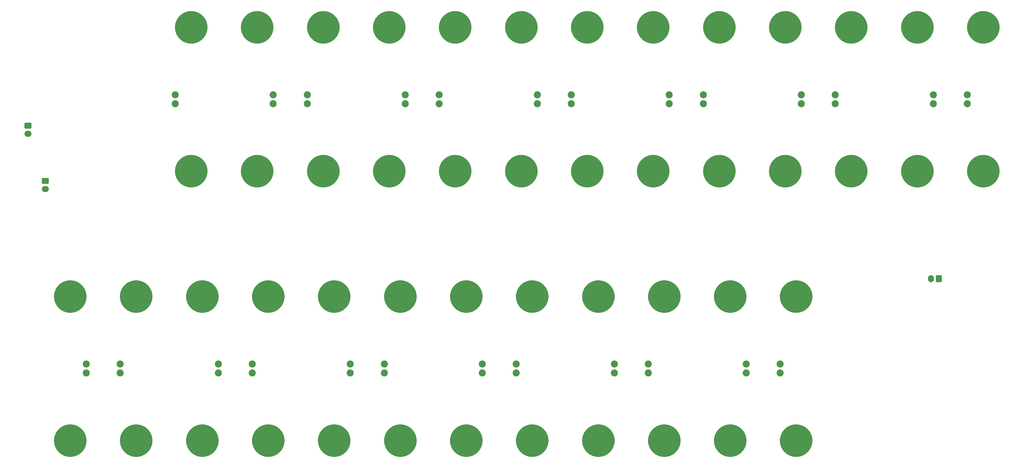
<source format=gbr>
%TF.GenerationSoftware,KiCad,Pcbnew,7.0.8*%
%TF.CreationDate,2023-12-06T14:39:46-05:00*%
%TF.ProjectId,BMS1,424d5331-2e6b-4696-9361-645f70636258,1*%
%TF.SameCoordinates,Original*%
%TF.FileFunction,Soldermask,Bot*%
%TF.FilePolarity,Negative*%
%FSLAX46Y46*%
G04 Gerber Fmt 4.6, Leading zero omitted, Abs format (unit mm)*
G04 Created by KiCad (PCBNEW 7.0.8) date 2023-12-06 14:39:46*
%MOMM*%
%LPD*%
G01*
G04 APERTURE LIST*
G04 Aperture macros list*
%AMRoundRect*
0 Rectangle with rounded corners*
0 $1 Rounding radius*
0 $2 $3 $4 $5 $6 $7 $8 $9 X,Y pos of 4 corners*
0 Add a 4 corners polygon primitive as box body*
4,1,4,$2,$3,$4,$5,$6,$7,$8,$9,$2,$3,0*
0 Add four circle primitives for the rounded corners*
1,1,$1+$1,$2,$3*
1,1,$1+$1,$4,$5*
1,1,$1+$1,$6,$7*
1,1,$1+$1,$8,$9*
0 Add four rect primitives between the rounded corners*
20,1,$1+$1,$2,$3,$4,$5,0*
20,1,$1+$1,$4,$5,$6,$7,0*
20,1,$1+$1,$6,$7,$8,$9,0*
20,1,$1+$1,$8,$9,$2,$3,0*%
G04 Aperture macros list end*
%ADD10C,10.200000*%
%ADD11C,2.200000*%
%ADD12RoundRect,0.350000X0.600000X0.750000X-0.600000X0.750000X-0.600000X-0.750000X0.600000X-0.750000X0*%
%ADD13O,1.900000X2.200000*%
%ADD14RoundRect,0.350000X-0.750000X0.600000X-0.750000X-0.600000X0.750000X-0.600000X0.750000X0.600000X0*%
%ADD15O,2.200000X1.900000*%
G04 APERTURE END LIST*
D10*
%TO.C,B3*%
X232676000Y-162708000D03*
X232676000Y-117708000D03*
D11*
X227676000Y-138808000D03*
X227676000Y-141608000D03*
%TD*%
D10*
%TO.C,B2*%
X253296000Y-117707999D03*
X253296000Y-162707999D03*
D11*
X258296000Y-141607999D03*
X258296000Y-138807999D03*
%TD*%
D10*
%TO.C,B4*%
X212076000Y-117708000D03*
X212076000Y-162708000D03*
D11*
X217076000Y-141608000D03*
X217076000Y-138808000D03*
%TD*%
D10*
%TO.C,B16*%
X270444000Y-33532500D03*
X270444000Y-78532500D03*
D11*
X275444000Y-57432500D03*
X275444000Y-54632500D03*
%TD*%
D10*
%TO.C,B15*%
X291044000Y-78532500D03*
X291044000Y-33532500D03*
D11*
X286044000Y-54632500D03*
X286044000Y-57432500D03*
%TD*%
D10*
%TO.C,B19*%
X208644000Y-78532500D03*
X208644000Y-33532500D03*
D11*
X203644000Y-54632500D03*
X203644000Y-57432500D03*
%TD*%
D10*
%TO.C,B13*%
X332244000Y-78532500D03*
X332244000Y-33532500D03*
D11*
X327244000Y-54632500D03*
X327244000Y-57432500D03*
%TD*%
D10*
%TO.C,B20*%
X188044000Y-33532500D03*
X188044000Y-78532500D03*
D11*
X193044000Y-57432500D03*
X193044000Y-54632500D03*
%TD*%
D12*
%TO.C,J3*%
X318413000Y-112141000D03*
D13*
X315913000Y-112141000D03*
%TD*%
D10*
%TO.C,B18*%
X229244000Y-33532500D03*
X229244000Y-78532500D03*
D11*
X234244000Y-57432500D03*
X234244000Y-54632500D03*
%TD*%
D10*
%TO.C,B6*%
X170876000Y-117707999D03*
X170876000Y-162707999D03*
D11*
X175876000Y-141607999D03*
X175876000Y-138807999D03*
%TD*%
D10*
%TO.C,B17*%
X249844000Y-78532500D03*
X249844000Y-33532500D03*
D11*
X244844000Y-54632500D03*
X244844000Y-57432500D03*
%TD*%
D10*
%TO.C,B21*%
X167444000Y-78532500D03*
X167444000Y-33532500D03*
D11*
X162444000Y-54632500D03*
X162444000Y-57432500D03*
%TD*%
D10*
%TO.C,B14*%
X311644000Y-33532500D03*
X311644000Y-78532500D03*
D11*
X316644000Y-57432500D03*
X316644000Y-54632500D03*
%TD*%
D14*
%TO.C,J2*%
X34053000Y-64282000D03*
D15*
X34053000Y-66782000D03*
%TD*%
D10*
%TO.C,B9*%
X109076000Y-162707999D03*
X109076000Y-117707999D03*
D11*
X104076000Y-138807999D03*
X104076000Y-141607999D03*
%TD*%
D10*
%TO.C,B24*%
X105644000Y-33532500D03*
X105644000Y-78532500D03*
D11*
X110644000Y-57432500D03*
X110644000Y-54632500D03*
%TD*%
D10*
%TO.C,B8*%
X129676000Y-117708000D03*
X129676000Y-162708000D03*
D11*
X134676000Y-141608000D03*
X134676000Y-138808000D03*
%TD*%
D10*
%TO.C,B10*%
X88476000Y-117708000D03*
X88476000Y-162708000D03*
D11*
X93476000Y-141608000D03*
X93476000Y-138808000D03*
%TD*%
D10*
%TO.C,B12*%
X47276000Y-117707999D03*
X47276000Y-162707999D03*
D11*
X52276000Y-141607999D03*
X52276000Y-138807999D03*
%TD*%
D10*
%TO.C,B25*%
X85044000Y-78532500D03*
X85044000Y-33532500D03*
D11*
X80044000Y-54632500D03*
X80044000Y-57432500D03*
%TD*%
D10*
%TO.C,B11*%
X67876000Y-162708000D03*
X67876000Y-117708000D03*
D11*
X62876000Y-138808000D03*
X62876000Y-141608000D03*
%TD*%
D10*
%TO.C,B22*%
X146844000Y-33532500D03*
X146844000Y-78532500D03*
D11*
X151844000Y-57432500D03*
X151844000Y-54632500D03*
%TD*%
D10*
%TO.C,B1*%
X273876000Y-162708000D03*
X273876000Y-117708000D03*
D11*
X268876000Y-138808000D03*
X268876000Y-141608000D03*
%TD*%
D10*
%TO.C,B5*%
X191476000Y-162708000D03*
X191476000Y-117708000D03*
D11*
X186476000Y-138808000D03*
X186476000Y-141608000D03*
%TD*%
D14*
%TO.C,J1*%
X39442000Y-81554000D03*
D15*
X39442000Y-84054000D03*
%TD*%
D10*
%TO.C,B23*%
X126244000Y-78532500D03*
X126244000Y-33532500D03*
D11*
X121244000Y-54632500D03*
X121244000Y-57432500D03*
%TD*%
D10*
%TO.C,B7*%
X150276000Y-162708000D03*
X150276000Y-117708000D03*
D11*
X145276000Y-138808000D03*
X145276000Y-141608000D03*
%TD*%
M02*

</source>
